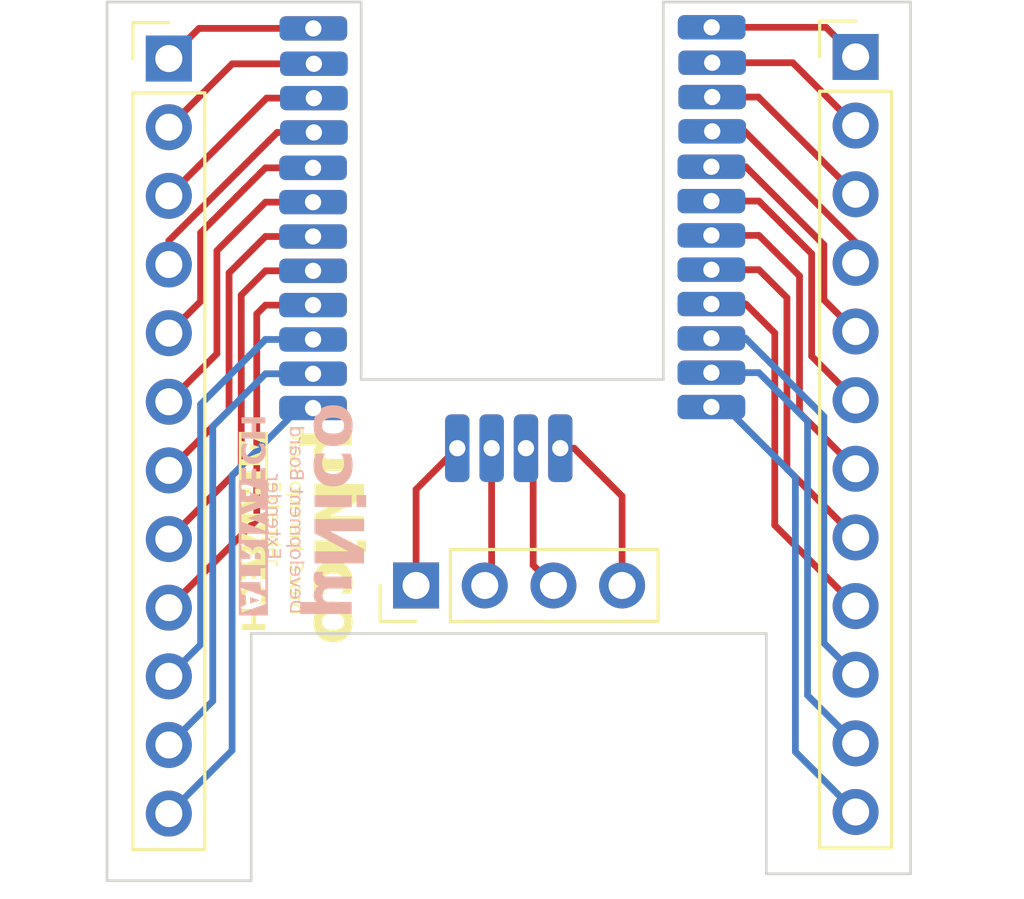
<source format=kicad_pcb>
(kicad_pcb (version 20221018) (generator pcbnew)
  (layers (0 "F.Cu" signal) (31 "B.Cu" signal) (34 "B.Paste" user) (35 "F.Paste" user) (36 "B.SilkS" user "B.Silkscreen") (37 "F.SilkS" user "F.Silkscreen") (38 "B.Mask" user) (39 "F.Mask" user) (44 "Edge.Cuts" user))
  (net 0 "")
  (net 1 "Net-(J1-Pin_1)")
  (net 2 "Net-(J1-Pin_2)")
  (net 3 "Net-(J1-Pin_3)")
  (net 4 "Net-(J1-Pin_4)")
  (net 5 "Net-(J1-Pin_5)")
  (net 6 "Net-(J1-Pin_6)")
  (net 7 "Net-(J1-Pin_7)")
  (net 8 "Net-(J1-Pin_8)")
  (net 9 "Net-(J1-Pin_9)")
  (net 10 "Net-(J1-Pin_10)")
  (net 11 "Net-(J1-Pin_11)")
  (net 12 "Net-(J1-Pin_12)")
  (net 13 "Net-(J3-Pin_1)")
  (net 14 "Net-(J3-Pin_2)")
  (net 15 "Net-(J3-Pin_3)")
  (net 16 "Net-(J3-Pin_4)")
  (net 17 "Net-(J3-Pin_5)")
  (net 18 "Net-(J3-Pin_6)")
  (net 19 "Net-(J3-Pin_7)")
  (net 20 "Net-(J3-Pin_8)")
  (net 21 "Net-(J3-Pin_9)")
  (net 22 "Net-(J3-Pin_10)")
  (net 23 "Net-(J3-Pin_11)")
  (net 24 "Net-(J3-Pin_12)")
  (net 25 "Net-(J5-Pin_1)")
  (net 26 "Net-(J5-Pin_2)")
  (net 27 "Net-(J5-Pin_3)")
  (net 28 "Net-(J5-Pin_4)")
  (footprint "Connector_PinHeader_2.54mm:PinHeader_1x12_P2.54mm_Vertical" (layer "F.Cu") (at 168.402 74.93)
    (fp_text reference "J3" hide)
    (fp_text value "Conn_01x12_Pin")
    (fp_line (start -1.33 -1.33) (end 0 -1.33) (stroke (width 0.12)) (layer "F.SilkS"))
    (fp_line (start -1.33 0) (end -1.33 -1.33) (stroke (width 0.12)) (layer "F.SilkS"))
    (fp_line (start -1.33 1.27) (end -1.33 29.27) (stroke (width 0.12)) (layer "F.SilkS"))
    (fp_line (start -1.33 1.27) (end 1.33 1.27) (stroke (width 0.12)) (layer "F.SilkS"))
    (fp_line (start -1.33 29.27) (end 1.33 29.27) (stroke (width 0.12)) (layer "F.SilkS"))
    (fp_line (start 1.33 1.27) (end 1.33 29.27) (stroke (width 0.12)) (layer "F.SilkS"))
    (pad "1" thru_hole rect (at 0 0) (size 1.7 1.7) (drill 1) (layers "*.Cu" "*.Mask") (net 13 "Net-(J3-Pin_1)"))
    (pad "2" thru_hole oval (at 0 2.54) (size 1.7 1.7) (drill 1) (layers "*.Cu" "*.Mask") (net 14 "Net-(J3-Pin_2)"))
    (pad "3" thru_hole oval (at 0 5.08) (size 1.7 1.7) (drill 1) (layers "*.Cu" "*.Mask") (net 15 "Net-(J3-Pin_3)"))
    (pad "4" thru_hole oval (at 0 7.62) (size 1.7 1.7) (drill 1) (layers "*.Cu" "*.Mask") (net 16 "Net-(J3-Pin_4)"))
    (pad "5" thru_hole oval (at 0 10.16) (size 1.7 1.7) (drill 1) (layers "*.Cu" "*.Mask") (net 17 "Net-(J3-Pin_5)"))
    (pad "6" thru_hole oval (at 0 12.7) (size 1.7 1.7) (drill 1) (layers "*.Cu" "*.Mask") (net 18 "Net-(J3-Pin_6)"))
    (pad "7" thru_hole oval (at 0 15.24) (size 1.7 1.7) (drill 1) (layers "*.Cu" "*.Mask") (net 19 "Net-(J3-Pin_7)"))
    (pad "8" thru_hole oval (at 0 17.78) (size 1.7 1.7) (drill 1) (layers "*.Cu" "*.Mask") (net 20 "Net-(J3-Pin_8)"))
    (pad "9" thru_hole oval (at 0 20.32) (size 1.7 1.7) (drill 1) (layers "*.Cu" "*.Mask") (net 21 "Net-(J3-Pin_9)"))
    (pad "10" thru_hole oval (at 0 22.86) (size 1.7 1.7) (drill 1) (layers "*.Cu" "*.Mask") (net 22 "Net-(J3-Pin_10)"))
    (pad "11" thru_hole oval (at 0 25.4) (size 1.7 1.7) (drill 1) (layers "*.Cu" "*.Mask") (net 23 "Net-(J3-Pin_11)"))
    (pad "12" thru_hole oval (at 0 27.94) (size 1.7 1.7) (drill 1) (layers "*.Cu" "*.Mask") (net 24 "Net-(J3-Pin_12)"))
  )
  (footprint "Connector_PinHeader_2.54mm:PinHeader_1x04_P2.54mm_Vertical" (layer "F.Cu") (at 152.146 94.488 90)
    (fp_text reference "J6" hide)
    (fp_text value "Conn_01x04_Socket")
    (fp_line (start -1.33 -1.33) (end 0 -1.33) (stroke (width 0.12)) (layer "F.SilkS"))
    (fp_line (start -1.33 0) (end -1.33 -1.33) (stroke (width 0.12)) (layer "F.SilkS"))
    (fp_line (start -1.33 1.27) (end -1.33 8.95) (stroke (width 0.12)) (layer "F.SilkS"))
    (fp_line (start -1.33 1.27) (end 1.33 1.27) (stroke (width 0.12)) (layer "F.SilkS"))
    (fp_line (start -1.33 8.95) (end 1.33 8.95) (stroke (width 0.12)) (layer "F.SilkS"))
    (fp_line (start 1.33 1.27) (end 1.33 8.95) (stroke (width 0.12)) (layer "F.SilkS"))
    (pad "1" thru_hole rect (at 0 0 90) (size 1.7 1.7) (drill 1) (layers "*.Cu" "*.Mask") (net 25 "Net-(J5-Pin_1)"))
    (pad "2" thru_hole oval (at 0 2.54 90) (size 1.7 1.7) (drill 1) (layers "*.Cu" "*.Mask") (net 26 "Net-(J5-Pin_2)"))
    (pad "3" thru_hole oval (at 0 5.08 90) (size 1.7 1.7) (drill 1) (layers "*.Cu" "*.Mask") (net 27 "Net-(J5-Pin_3)"))
    (pad "4" thru_hole oval (at 0 7.62 90) (size 1.7 1.7) (drill 1) (layers "*.Cu" "*.Mask") (net 28 "Net-(J5-Pin_4)"))
  )
  (footprint "Connector_PinHeader_2.54mm:PinHeader_1x12_P2.54mm_Vertical" (layer "F.Cu") (at 143.002 74.99)
    (fp_text reference "J1" hide)
    (fp_text value "Conn_01x12_Pin")
    (fp_line (start -1.33 -1.33) (end 0 -1.33) (stroke (width 0.12)) (layer "F.SilkS"))
    (fp_line (start -1.33 0) (end -1.33 -1.33) (stroke (width 0.12)) (layer "F.SilkS"))
    (fp_line (start -1.33 1.27) (end -1.33 29.27) (stroke (width 0.12)) (layer "F.SilkS"))
    (fp_line (start -1.33 1.27) (end 1.33 1.27) (stroke (width 0.12)) (layer "F.SilkS"))
    (fp_line (start -1.33 29.27) (end 1.33 29.27) (stroke (width 0.12)) (layer "F.SilkS"))
    (fp_line (start 1.33 1.27) (end 1.33 29.27) (stroke (width 0.12)) (layer "F.SilkS"))
    (pad "1" thru_hole rect (at 0 0) (size 1.7 1.7) (drill 1) (layers "*.Cu" "*.Mask") (net 1 "Net-(J1-Pin_1)"))
    (pad "2" thru_hole oval (at 0 2.54) (size 1.7 1.7) (drill 1) (layers "*.Cu" "*.Mask") (net 2 "Net-(J1-Pin_2)"))
    (pad "3" thru_hole oval (at 0 5.08) (size 1.7 1.7) (drill 1) (layers "*.Cu" "*.Mask") (net 3 "Net-(J1-Pin_3)"))
    (pad "4" thru_hole oval (at 0 7.62) (size 1.7 1.7) (drill 1) (layers "*.Cu" "*.Mask") (net 4 "Net-(J1-Pin_4)"))
    (pad "5" thru_hole oval (at 0 10.16) (size 1.7 1.7) (drill 1) (layers "*.Cu" "*.Mask") (net 5 "Net-(J1-Pin_5)"))
    (pad "6" thru_hole oval (at 0 12.7) (size 1.7 1.7) (drill 1) (layers "*.Cu" "*.Mask") (net 6 "Net-(J1-Pin_6)"))
    (pad "7" thru_hole oval (at 0 15.24) (size 1.7 1.7) (drill 1) (layers "*.Cu" "*.Mask") (net 7 "Net-(J1-Pin_7)"))
    (pad "8" thru_hole oval (at 0 17.78) (size 1.7 1.7) (drill 1) (layers "*.Cu" "*.Mask") (net 8 "Net-(J1-Pin_8)"))
    (pad "9" thru_hole oval (at 0 20.32) (size 1.7 1.7) (drill 1) (layers "*.Cu" "*.Mask") (net 9 "Net-(J1-Pin_9)"))
    (pad "10" thru_hole oval (at 0 22.86) (size 1.7 1.7) (drill 1) (layers "*.Cu" "*.Mask") (net 10 "Net-(J1-Pin_10)"))
    (pad "11" thru_hole oval (at 0 25.4) (size 1.7 1.7) (drill 1) (layers "*.Cu" "*.Mask") (net 11 "Net-(J1-Pin_11)"))
    (pad "12" thru_hole oval (at 0 27.94) (size 1.7 1.7) (drill 1) (layers "*.Cu" "*.Mask") (net 12 "Net-(J1-Pin_12)"))
  )
  (footprint "pads:pads__1x04" (layer "F.Cu") (at 151.79 89.228 -90)
    (fp_text reference "J5" hide)
    (fp_text value "Conn_01x04_Pin")
    (pad "1" thru_hole roundrect (at 0.18 -1.88 90) (size 2.5 0.9) (drill 0.6) (layers "*.Cu" "*.Mask") (net 25 "Net-(J5-Pin_1)"))
    (pad "2" thru_hole roundrect (at 0.18 -3.15 90) (size 2.5 0.9) (drill 0.6) (layers "*.Cu" "*.Mask") (net 26 "Net-(J5-Pin_2)"))
    (pad "3" thru_hole roundrect (at 0.18 -4.42 90) (size 2.5 0.9) (drill 0.6) (layers "*.Cu" "*.Mask") (net 27 "Net-(J5-Pin_3)"))
    (pad "4" thru_hole roundrect (at 0.18 -5.69 90) (size 2.5 0.9) (drill 0.6) (layers "*.Cu" "*.Mask") (net 28 "Net-(J5-Pin_4)"))
  )
  (footprint "pads:pads__1x12" (layer "F.Cu") (at 148.411 88.619 180)
    (fp_text reference "J2" hide)
    (fp_text value "Conn_01x12_Socket")
    (pad "1" thru_hole roundrect (at 0.065 14.745) (size 2.5 0.9) (drill 0.6) (layers "*.Cu" "*.Mask") (net 1 "Net-(J1-Pin_1)"))
    (pad "2" thru_hole roundrect (at 0.045 13.435) (size 2.5 0.9) (drill 0.6) (layers "*.Cu" "*.Mask") (net 2 "Net-(J1-Pin_2)"))
    (pad "3" thru_hole roundrect (at 0.045 12.165) (size 2.5 0.9) (drill 0.6) (layers "*.Cu" "*.Mask") (net 3 "Net-(J1-Pin_3)"))
    (pad "4" thru_hole roundrect (at 0.045 10.895) (size 2.5 0.9) (drill 0.6) (layers "*.Cu" "*.Mask") (net 4 "Net-(J1-Pin_4)"))
    (pad "5" thru_hole roundrect (at 0.075 9.585) (size 2.5 0.9) (drill 0.6) (layers "*.Cu" "*.Mask") (net 5 "Net-(J1-Pin_5)"))
    (pad "6" thru_hole roundrect (at 0.075 8.315) (size 2.5 0.9) (drill 0.6) (layers "*.Cu" "*.Mask") (net 6 "Net-(J1-Pin_6)"))
    (pad "7" thru_hole roundrect (at 0.075 7.045) (size 2.5 0.9) (drill 0.6) (layers "*.Cu" "*.Mask") (net 7 "Net-(J1-Pin_7)"))
    (pad "8" thru_hole roundrect (at 0.075 5.775) (size 2.5 0.9) (drill 0.6) (layers "*.Cu" "*.Mask") (net 8 "Net-(J1-Pin_8)"))
    (pad "9" thru_hole roundrect (at 0.075 4.505) (size 2.5 0.9) (drill 0.6) (layers "*.Cu" "*.Mask") (net 9 "Net-(J1-Pin_9)"))
    (pad "10" thru_hole roundrect (at 0.075 3.235) (size 2.5 0.9) (drill 0.6) (layers "*.Cu" "*.Mask") (net 10 "Net-(J1-Pin_10)"))
    (pad "11" thru_hole roundrect (at 0.075 1.965) (size 2.5 0.9) (drill 0.6) (layers "*.Cu" "*.Mask") (net 11 "Net-(J1-Pin_11)"))
    (pad "12" thru_hole roundrect (at 0.075 0.695) (size 2.5 0.9) (drill 0.6) (layers "*.Cu" "*.Mask") (net 12 "Net-(J1-Pin_12)"))
  )
  (footprint "pads:pads__1x12" (layer "F.Cu") (at 163.143 88.579 180)
    (fp_text reference "J4" hide)
    (fp_text value "Conn_01x12_Socket")
    (pad "1" thru_hole roundrect (at 0.065 14.745) (size 2.5 0.9) (drill 0.6) (layers "*.Cu" "*.Mask") (net 13 "Net-(J3-Pin_1)"))
    (pad "2" thru_hole roundrect (at 0.045 13.435) (size 2.5 0.9) (drill 0.6) (layers "*.Cu" "*.Mask") (net 14 "Net-(J3-Pin_2)"))
    (pad "3" thru_hole roundrect (at 0.045 12.165) (size 2.5 0.9) (drill 0.6) (layers "*.Cu" "*.Mask") (net 15 "Net-(J3-Pin_3)"))
    (pad "4" thru_hole roundrect (at 0.045 10.895) (size 2.5 0.9) (drill 0.6) (layers "*.Cu" "*.Mask") (net 16 "Net-(J3-Pin_4)"))
    (pad "5" thru_hole roundrect (at 0.075 9.585) (size 2.5 0.9) (drill 0.6) (layers "*.Cu" "*.Mask") (net 17 "Net-(J3-Pin_5)"))
    (pad "6" thru_hole roundrect (at 0.075 8.315) (size 2.5 0.9) (drill 0.6) (layers "*.Cu" "*.Mask") (net 18 "Net-(J3-Pin_6)"))
    (pad "7" thru_hole roundrect (at 0.075 7.045) (size 2.5 0.9) (drill 0.6) (layers "*.Cu" "*.Mask") (net 19 "Net-(J3-Pin_7)"))
    (pad "8" thru_hole roundrect (at 0.075 5.775) (size 2.5 0.9) (drill 0.6) (layers "*.Cu" "*.Mask") (net 20 "Net-(J3-Pin_8)"))
    (pad "9" thru_hole roundrect (at 0.075 4.505) (size 2.5 0.9) (drill 0.6) (layers "*.Cu" "*.Mask") (net 21 "Net-(J3-Pin_9)"))
    (pad "10" thru_hole roundrect (at 0.075 3.235) (size 2.5 0.9) (drill 0.6) (layers "*.Cu" "*.Mask") (net 22 "Net-(J3-Pin_10)"))
    (pad "11" thru_hole roundrect (at 0.075 1.965) (size 2.5 0.9) (drill 0.6) (layers "*.Cu" "*.Mask") (net 23 "Net-(J3-Pin_11)"))
    (pad "12" thru_hole roundrect (at 0.075 0.695) (size 2.5 0.9) (drill 0.6) (layers "*.Cu" "*.Mask") (net 24 "Net-(J3-Pin_12)"))
  )
  (gr_line (start 140.716 105.41) (end 140.716 72.898) (stroke (width 0.1)) (layer "Edge.Cuts"))
  (gr_line (start 146.05 105.41) (end 140.716 105.41) (stroke (width 0.1)) (layer "Edge.Cuts"))
  (gr_line (start 170.434 72.898) (end 170.434 105.156) (stroke (width 0.1)) (layer "Edge.Cuts"))
  (gr_line (start 165.1 96.266) (end 146.05 96.266) (stroke (width 0.1)) (layer "Edge.Cuts"))
  (gr_line (start 150.114 86.868) (end 161.29 86.868) (stroke (width 0.1)) (layer "Edge.Cuts"))
  (gr_line (start 146.05 96.266) (end 146.05 105.41) (stroke (width 0.1)) (layer "Edge.Cuts"))
  (gr_line (start 165.1 105.156) (end 165.1 96.266) (stroke (width 0.1)) (layer "Edge.Cuts"))
  (gr_line (start 170.434 105.156) (end 165.1 105.156) (stroke (width 0.1)) (layer "Edge.Cuts"))
  (gr_line (start 161.29 86.868) (end 161.29 72.898) (stroke (width 0.1)) (layer "Edge.Cuts"))
  (gr_line (start 161.29 72.898) (end 170.434 72.898) (stroke (width 0.1)) (layer "Edge.Cuts"))
  (gr_line (start 140.716 72.898) (end 150.114 72.898) (stroke (width 0.1)) (layer "Edge.Cuts"))
  (gr_line (start 150.114 72.898) (end 150.114 86.868) (stroke (width 0.1)) (layer "Edge.Cuts"))
  (gr_text "μNico" (at 148.082 95.758 270) (layer "B.SilkS") (effects (font (size 1.8 1.8) (thickness 0.3016) bold italic) (justify left bottom mirror)))
  (gr_text "Development Board \nExtender" (at 146.558 91.948 270) (layer "B.SilkS") (effects (font (size 0.5 0.5) (thickness 0.075)) (justify bottom mirror)))
  (gr_text "TECH" (at 145.542 91.694 270) (layer "B.SilkS") (effects (font (size 0.862 0.862) (thickness 0.2) bold) (justify left bottom mirror)))
  (gr_text "ATRIVA" (at 145.542 95.504 270) (layer "B.SilkS" knockout) (effects (font (size 0.862 0.862) (thickness 0.2) bold) (justify left bottom mirror)))
  (gr_text "TECH" (at 145.542 92.71 270) (layer "F.SilkS") (effects (font (size 0.862 0.862) (thickness 0.2) bold) (justify left bottom)))
  (gr_text "μNico" (at 148.082 88.646 270) (layer "F.SilkS") (effects (font (size 1.8 1.8) (thickness 0.3016) bold italic) (justify left bottom)))
  (gr_text "Development Board \nExtender" (at 146.558 92.202 270) (layer "F.SilkS") (effects (font (size 0.5 0.5) (thickness 0.075)) (justify bottom)))
  (gr_text "ATRIVA" (at 145.542 88.9 270) (layer "F.SilkS" knockout) (effects (font (size 0.862 0.862) (thickness 0.2) bold) (justify left bottom)))
  (segment (start 144.118 73.874) (end 147.838 73.874) (width 0.25) (layer "F.Cu") (net 1))
  (segment (start 143.002 74.99) (end 144.118 73.874) (width 0.25) (layer "F.Cu") (net 1))
  (segment (start 147.858 75.184) (end 145.348 75.184) (width 0.25) (layer "F.Cu") (net 2))
  (segment (start 145.348 75.184) (end 143.002 77.53) (width 0.25) (layer "F.Cu") (net 2))
  (segment (start 143.002 80.07) (end 146.618 76.454) (width 0.25) (layer "F.Cu") (net 3))
  (segment (start 146.618 76.454) (end 147.858 76.454) (width 0.25) (layer "F.Cu") (net 3))
  (segment (start 147.009701 77.724) (end 143.002 81.731701) (width 0.25) (layer "F.Cu") (net 4))
  (segment (start 147.858 77.724) (end 147.009701 77.724) (width 0.25) (layer "F.Cu") (net 4))
  (segment (start 143.002 81.731701) (end 143.002 82.61) (width 0.25) (layer "F.Cu") (net 4))
  (segment (start 147.828 79.034) (end 146.578 79.034) (width 0.25) (layer "F.Cu") (net 5))
  (segment (start 144.177 81.435) (end 144.177 83.975) (width 0.25) (layer "F.Cu") (net 5))
  (segment (start 144.177 83.975) (end 143.002 85.15) (width 0.25) (layer "F.Cu") (net 5))
  (segment (start 146.578 79.034) (end 144.177 81.435) (width 0.25) (layer "F.Cu") (net 5))
  (segment (start 146.578 80.304) (end 144.78 82.102) (width 0.25) (layer "F.Cu") (net 6))
  (segment (start 144.78 85.912) (end 143.002 87.69) (width 0.25) (layer "F.Cu") (net 6))
  (segment (start 147.828 80.304) (end 146.578 80.304) (width 0.25) (layer "F.Cu") (net 6))
  (segment (start 144.78 82.102) (end 144.78 85.912) (width 0.25) (layer "F.Cu") (net 6))
  (segment (start 146.578 81.574) (end 145.23 82.922) (width 0.25) (layer "F.Cu") (net 7))
  (segment (start 147.828 81.574) (end 146.578 81.574) (width 0.25) (layer "F.Cu") (net 7))
  (segment (start 145.23 82.922) (end 145.23 88.002) (width 0.25) (layer "F.Cu") (net 7))
  (segment (start 145.23 88.002) (end 143.002 90.23) (width 0.25) (layer "F.Cu") (net 7))
  (segment (start 145.68 90.092) (end 143.002 92.77) (width 0.25) (layer "F.Cu") (net 8))
  (segment (start 145.68 83.742) (end 145.68 90.092) (width 0.25) (layer "F.Cu") (net 8))
  (segment (start 147.828 82.844) (end 146.578 82.844) (width 0.25) (layer "F.Cu") (net 8))
  (segment (start 146.578 82.844) (end 145.68 83.742) (width 0.25) (layer "F.Cu") (net 8))
  (segment (start 147.828 84.114) (end 146.578 84.114) (width 0.25) (layer "F.Cu") (net 9))
  (segment (start 146.253 92.059) (end 143.002 95.31) (width 0.25) (layer "F.Cu") (net 9))
  (segment (start 146.578 84.114) (end 146.253 84.439) (width 0.25) (layer "F.Cu") (net 9))
  (segment (start 146.253 84.439) (end 146.253 92.059) (width 0.25) (layer "F.Cu") (net 9))
  (segment (start 146.578 85.384) (end 144.177 87.785) (width 0.25) (layer "B.Cu") (net 10))
  (segment (start 147.828 85.384) (end 146.578 85.384) (width 0.25) (layer "B.Cu") (net 10))
  (segment (start 144.177 96.675) (end 143.002 97.85) (width 0.25) (layer "B.Cu") (net 10))
  (segment (start 144.177 87.785) (end 144.177 96.675) (width 0.25) (layer "B.Cu") (net 10))
  (segment (start 146.578 86.654) (end 144.627 88.605) (width 0.25) (layer "B.Cu") (net 11))
  (segment (start 144.627 98.765) (end 143.002 100.39) (width 0.25) (layer "B.Cu") (net 11))
  (segment (start 147.828 86.654) (end 146.578 86.654) (width 0.25) (layer "B.Cu") (net 11))
  (segment (start 144.627 88.605) (end 144.627 98.765) (width 0.25) (layer "B.Cu") (net 11))
  (segment (start 145.342 90.41) (end 145.342 100.59) (width 0.25) (layer "B.Cu") (net 12))
  (segment (start 147.828 87.924) (end 145.342 90.41) (width 0.25) (layer "B.Cu") (net 12))
  (segment (start 145.342 100.59) (end 143.002 102.93) (width 0.25) (layer "B.Cu") (net 12))
  (segment (start 167.306 73.834) (end 168.402 74.93) (width 0.25) (layer "F.Cu") (net 13))
  (segment (start 163.586 73.834) (end 167.306 73.834) (width 0.25) (layer "F.Cu") (net 13))
  (segment (start 166.076 75.144) (end 168.402 77.47) (width 0.25) (layer "F.Cu") (net 14))
  (segment (start 163.606 75.144) (end 166.076 75.144) (width 0.25) (layer "F.Cu") (net 14))
  (segment (start 163.606 76.414) (end 164.806 76.414) (width 0.25) (layer "F.Cu") (net 15))
  (segment (start 164.806 76.414) (end 168.402 80.01) (width 0.25) (layer "F.Cu") (net 15))
  (segment (start 164.300052 77.684) (end 168.402 81.785948) (width 0.25) (layer "F.Cu") (net 16))
  (segment (start 163.606 77.684) (end 164.300052 77.684) (width 0.25) (layer "F.Cu") (net 16))
  (segment (start 168.402 81.785948) (end 168.402 82.55) (width 0.25) (layer "F.Cu") (net 16))
  (segment (start 167.227 83.915) (end 168.402 85.09) (width 0.25) (layer "F.Cu") (net 17))
  (segment (start 167.227 81.880948) (end 167.227 83.915) (width 0.25) (layer "F.Cu") (net 17))
  (segment (start 163.576 78.994) (end 164.340052 78.994) (width 0.25) (layer "F.Cu") (net 17))
  (segment (start 164.340052 78.994) (end 167.227 81.880948) (width 0.25) (layer "F.Cu") (net 17))
  (segment (start 163.576 80.264) (end 164.826 80.264) (width 0.25) (layer "F.Cu") (net 18))
  (segment (start 166.777 82.215) (end 166.777 86.005) (width 0.25) (layer "F.Cu") (net 18))
  (segment (start 164.826 80.264) (end 166.777 82.215) (width 0.25) (layer "F.Cu") (net 18))
  (segment (start 166.777 86.005) (end 168.402 87.63) (width 0.25) (layer "F.Cu") (net 18))
  (segment (start 164.826 81.534) (end 166.327 83.035) (width 0.25) (layer "F.Cu") (net 19))
  (segment (start 163.576 81.534) (end 164.826 81.534) (width 0.25) (layer "F.Cu") (net 19))
  (segment (start 166.327 83.035) (end 166.327 88.095) (width 0.25) (layer "F.Cu") (net 19))
  (segment (start 166.327 88.095) (end 168.402 90.17) (width 0.25) (layer "F.Cu") (net 19))
  (segment (start 163.576 82.804) (end 164.826 82.804) (width 0.25) (layer "F.Cu") (net 20))
  (segment (start 164.826 82.804) (end 165.862 83.84) (width 0.25) (layer "F.Cu") (net 20))
  (segment (start 165.862 90.17) (end 168.402 92.71) (width 0.25) (layer "F.Cu") (net 20))
  (segment (start 165.862 83.84) (end 165.862 90.17) (width 0.25) (layer "F.Cu") (net 20))
  (segment (start 163.576 84.074) (end 164.340052 84.074) (width 0.25) (layer "F.Cu") (net 21))
  (segment (start 164.340052 84.074) (end 165.412 85.145948) (width 0.25) (layer "F.Cu") (net 21))
  (segment (start 165.412 92.26) (end 168.402 95.25) (width 0.25) (layer "F.Cu") (net 21))
  (segment (start 165.412 85.145948) (end 165.412 92.26) (width 0.25) (layer "F.Cu") (net 21))
  (segment (start 164.340052 85.344) (end 167.227 88.230948) (width 0.25) (layer "B.Cu") (net 22))
  (segment (start 167.227 96.615) (end 168.402 97.79) (width 0.25) (layer "B.Cu") (net 22))
  (segment (start 167.227 88.230948) (end 167.227 96.615) (width 0.25) (layer "B.Cu") (net 22))
  (segment (start 163.576 85.344) (end 164.340052 85.344) (width 0.25) (layer "B.Cu") (net 22))
  (segment (start 166.624 88.412) (end 166.624 98.552) (width 0.25) (layer "B.Cu") (net 23))
  (segment (start 164.826 86.614) (end 166.624 88.412) (width 0.25) (layer "B.Cu") (net 23))
  (segment (start 163.576 86.614) (end 164.826 86.614) (width 0.25) (layer "B.Cu") (net 23))
  (segment (start 166.624 98.552) (end 168.402 100.33) (width 0.25) (layer "B.Cu") (net 23))
  (segment (start 163.576 87.884) (end 166.174 90.482) (width 0.25) (layer "B.Cu") (net 24))
  (segment (start 166.174 100.642) (end 168.402 102.87) (width 0.25) (layer "B.Cu") (net 24))
  (segment (start 166.174 90.482) (end 166.174 100.642) (width 0.25) (layer "B.Cu") (net 24))
  (segment (start 152.146 90.932) (end 153.67 89.408) (width 0.25) (layer "F.Cu") (net 25))
  (segment (start 152.146 94.488) (end 152.146 90.932) (width 0.25) (layer "F.Cu") (net 25))
  (segment (start 154.94 89.408) (end 154.94 94.234) (width 0.25) (layer "F.Cu") (net 26))
  (segment (start 154.94 94.234) (end 154.686 94.488) (width 0.25) (layer "F.Cu") (net 26))
  (segment (start 156.477 89.903) (end 156.477 93.739) (width 0.25) (layer "F.Cu") (net 27))
  (segment (start 156.477 93.739) (end 157.226 94.488) (width 0.25) (layer "F.Cu") (net 27))
  (segment (start 157.988 89.408) (end 159.766 91.186) (width 0.25) (layer "F.Cu") (net 28))
  (segment (start 159.766 91.186) (end 159.766 94.488) (width 0.25) (layer "F.Cu") (net 28))
  (segment (start 157.48 89.408) (end 157.988 89.408) (width 0.25) (layer "F.Cu") (net 28))
)
</source>
